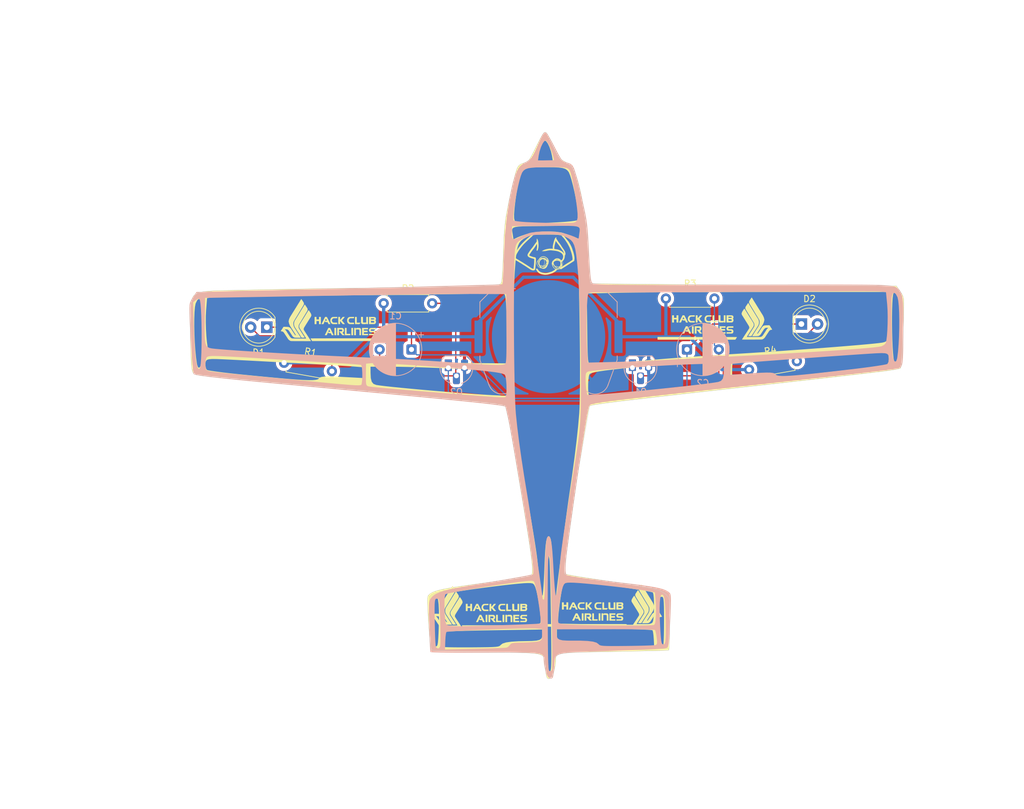
<source format=kicad_pcb>
(kicad_pcb (version 20241229) (generator "pcbnew") (generator_version "9.0")
  (layers (0 "F.Cu" signal) (2 "B.Cu" signal) (13 "F.Paste" user) (15 "B.Paste" user) (5 "F.SilkS" user "F.Silkscreen") (7 "B.SilkS" user "B.Silkscreen") (1 "F.Mask" user) (3 "B.Mask" user) (25 "Edge.Cuts" user))
  (net 0 "")
  (net 1 "GND")
  (net 2 "+5V")
  (net 3 "Net-(D1-K)")
  (net 4 "Net-(Q2-B)")
  (net 5 "Net-(D2-K)")
  (net 6 "Net-(Q1-B)")
  (net 7 "Net-(D1-A)")
  (net 8 "Net-(D2-A)")
  (footprint "Resistor_THT:R_Axial_DIN0207_L6.3mm_D2.5mm_P7.62mm_Horizontal" (layer "F.Cu") (at 110.684882 91.905399 -10)
    (property "Reference" "R1" (at 3.81 -2.37 170) (layer "F.SilkS"))
    (property "Value" "1k")
    (pad "1" thru_hole circle (at 0 0 350) (size 1.6 1.6) (drill 0.8) (layers "*.Cu" "*.Mask") (net 2 "+5V"))
    (pad "2" thru_hole circle (at 7.62 0 350) (size 1.6 1.6) (drill 0.8) (layers "*.Cu" "*.Mask") (net 7 "Net-(D1-A)"))
  )
  (footprint "new:airlines" (layer "F.Cu") (at 178.311 84.946)
    (property "Reference" "G***" (hide yes))
    (property "Value" "LOGO" (hide yes))
  )
  (footprint "new:plen" (layer "F.Cu") (at 151.937 98.567)
    (property "Reference" "G***" (hide yes))
    (property "Value" "LOGO" (hide yes))
  )
  (footprint "Resistor_THT:R_Axial_DIN0207_L6.3mm_D2.5mm_P7.62mm_Horizontal" (layer "F.Cu") (at 126.317 82.567)
    (property "Reference" "R2" (at 3.81 -2.37 0) (layer "F.SilkS"))
    (property "Value" "47k")
    (pad "1" thru_hole circle (at 0 0) (size 1.6 1.6) (drill 0.8) (layers "*.Cu" "*.Mask") (net 2 "+5V"))
    (pad "2" thru_hole circle (at 7.62 0) (size 1.6 1.6) (drill 0.8) (layers "*.Cu" "*.Mask") (net 4 "Net-(Q2-B)"))
  )
  (footprint "Resistor_THT:R_Axial_DIN0207_L6.3mm_D2.5mm_P7.62mm_Horizontal" (layer "F.Cu") (at 183.684881 92.978599 10)
    (property "Reference" "R4" (at 3.81 -2.37 10) (layer "F.SilkS"))
    (property "Value" "1k")
    (pad "1" thru_hole circle (at 0 0 10) (size 1.6 1.6) (drill 0.8) (layers "*.Cu" "*.Mask") (net 2 "+5V"))
    (pad "2" thru_hole circle (at 7.62 0 10) (size 1.6 1.6) (drill 0.8) (layers "*.Cu" "*.Mask") (net 8 "Net-(D2-A)"))
  )
  (footprint "new:airlines" (layer "F.Cu") (at 161.017457 130.039246)
    (property "Reference" "G***" (hide yes))
    (property "Value" "LOGO" (hide yes))
  )
  (footprint "LED_THT:LED_D5.0mm" (layer "F.Cu") (at 191.897 85.817)
    (property "Reference" "D2" (at 1.27 -3.96 0) (layer "F.SilkS"))
    (property "Value" "LED")
    (pad "1" thru_hole rect (at 0 0) (size 1.8 1.8) (drill 0.9) (layers "*.Cu" "*.Mask") (net 5 "Net-(D2-K)"))
    (pad "2" thru_hole circle (at 2.54 0) (size 1.8 1.8) (drill 0.9) (layers "*.Cu" "*.Mask") (net 8 "Net-(D2-A)"))
  )
  (footprint "Resistor_THT:R_Axial_DIN0207_L6.3mm_D2.5mm_P7.62mm_Horizontal" (layer "F.Cu") (at 170.627 81.817)
    (property "Reference" "R3" (at 3.81 -2.37 0) (layer "F.SilkS"))
    (property "Value" "47k")
    (pad "1" thru_hole circle (at 0 0) (size 1.6 1.6) (drill 0.8) (layers "*.Cu" "*.Mask") (net 2 "+5V"))
    (pad "2" thru_hole circle (at 7.62 0) (size 1.6 1.6) (drill 0.8) (layers "*.Cu" "*.Mask") (net 6 "Net-(Q1-B)"))
  )
  (footprint "new:pilote" (layer "F.Cu") (at 151.611 74.875 174)
    (property "Reference" "G***" (hide yes))
    (property "Value" "LOGO" (hide yes))
  )
  (footprint "LED_THT:LED_D5.0mm" (layer "F.Cu") (at 107.977 86.317 180)
    (property "Reference" "D1" (at 1.269998 -3.96 0) (layer "F.SilkS"))
    (property "Value" "LED")
    (pad "1" thru_hole rect (at 0 0 180) (size 1.8 1.8) (drill 0.9) (layers "*.Cu" "*.Mask") (net 3 "Net-(D1-K)"))
    (pad "2" thru_hole circle (at 2.54 0 180) (size 1.8 1.8) (drill 0.9) (layers "*.Cu" "*.Mask") (net 7 "Net-(D1-A)"))
  )
  (footprint "new:airlines" (layer "F.Cu") (at 147.699 130.241)
    (property "Reference" "G***" (hide yes))
    (property "Value" "LOGO" (hide yes))
  )
  (footprint "new:airlines" (layer "F.Cu") (at 123.961066 85.168308)
    (property "Reference" "G***" (hide yes))
    (property "Value" "LOGO" (hide yes))
  )
  (footprint "Package_TO_SOT_THT:TO-92L_HandSolder" (layer "B.Cu") (at 136.471 92.692)
    (property "Reference" "Q2" (at 1.270002 3.800005 0) (layer "B.SilkS") (effects (justify mirror)))
    (property "Value" "PNP")
    (pad "1" thru_hole rect (at 0 0) (size 1.1 1.8) (drill 0.75 (offset 0 -0.4)) (layers "*.Cu" "*.Mask") (net 5 "Net-(D2-K)"))
    (pad "2" thru_hole roundrect (at 1.269999 1.269992) (size 1.1 1.8) (drill 0.75 (offset 0 0.4)) (layers "*.Cu" "*.Mask") (net 4 "Net-(Q2-B)"))
    (pad "3" thru_hole roundrect (at 2.54 -0.000007) (size 1.1 1.8) (drill 0.75 (offset 0 -0.4)) (layers "*.Cu" "*.Mask") (net 1 "GND"))
  )
  (footprint "Capacitor_THT:CP_Radial_D8.0mm_P5.00mm" (layer "B.Cu") (at 130.687 89.817 180)
    (property "Reference" "C1" (at 2.5 5.25 0) (layer "B.SilkS") (effects (justify mirror)))
    (property "Value" "10uF")
    (pad "1" thru_hole roundrect (at 0 0 180) (size 1.6 1.6) (drill 0.8) (layers "*.Cu" "*.Mask") (roundrect_rratio 0.15625) (net 3 "Net-(D1-K)"))
    (pad "2" thru_hole circle (at 5 0 180) (size 1.6 1.6) (drill 0.8) (layers "*.Cu" "*.Mask") (net 4 "Net-(Q2-B)"))
  )
  (footprint "Package_TO_SOT_THT:TO-92L_HandSolder" (layer "B.Cu") (at 165.373001 92.679008)
    (property "Reference" "Q1" (at 1.270002 3.800005 0) (layer "B.SilkS") (effects (justify mirror)))
    (property "Value" "PNP")
    (pad "1" thru_hole rect (at 0 0) (size 1.1 1.8) (drill 0.75 (offset 0 -0.4)) (layers "*.Cu" "*.Mask") (net 3 "Net-(D1-K)"))
    (pad "2" thru_hole roundrect (at 1.269999 1.269992) (size 1.1 1.8) (drill 0.75 (offset 0 0.4)) (layers "*.Cu" "*.Mask") (net 6 "Net-(Q1-B)"))
    (pad "3" thru_hole roundrect (at 2.54 -0.000007) (size 1.1 1.8) (drill 0.75 (offset 0 -0.4)) (layers "*.Cu" "*.Mask") (net 1 "GND"))
  )
  (footprint "Capacitor_THT:CP_Radial_D8.0mm_P5.00mm" (layer "B.Cu") (at 173.937 89.817)
    (property "Reference" "C2" (at 2.500001 5.25 0) (layer "B.SilkS") (effects (justify mirror)))
    (property "Value" "10uF")
    (pad "1" thru_hole roundrect (at 0 0) (size 1.6 1.6) (drill 0.8) (layers "*.Cu" "*.Mask") (roundrect_rratio 0.15625) (net 5 "Net-(D2-K)"))
    (pad "2" thru_hole circle (at 5 0) (size 1.6 1.6) (drill 0.8) (layers "*.Cu" "*.Mask") (net 6 "Net-(Q1-B)"))
  )
  (footprint "Battery:BatteryHolder_Keystone_3034_1x20mm" (layer "B.Cu") (at 152.202 87.817 180)
    (property "Reference" "BT1" (hide yes))
    (property "Value" "Battery_Cell")
    (pad "1" smd rect (at -10.985 0 180) (size 1.27 5.08) (layers "B.Cu" "B.Mask" "B.Paste") (net 2 "+5V"))
    (pad "1" smd rect (at 10.985 0 180) (size 1.27 5.08) (layers "B.Cu" "B.Mask" "B.Paste") (net 2 "+5V"))
    (pad "2" smd circle (at 0 0 180) (size 17.8 17.8) (layers "B.Cu" "B.Mask") (net 1 "GND"))
  )
  (footprint "new:plen" (layer "B.Cu") (at 152.138 98.556 -179)
    (property "Reference" "G***" (hide yes))
    (property "Value" "LOGO" (hide yes))
  )
  (gr_poly (pts (xy 151.654 55.679) (xy 151.846 55.758) (xy 152.063 56.041) (xy 152.343 56.561) (xy 153.134 58.345) (xy 153.275 58.664) (xy 153.283 58.682) (xy 153.301 58.725) (xy 153.356 58.825) (xy 153.446 58.992) (xy 153.547 59.183) (xy 153.623 59.324) (xy 153.946 59.743) (xy 154.323 60.053) (xy 154.511 60.16) (xy 154.686 60.259) (xy 154.932 60.41) (xy 155.024 60.47) (xy 155.323 60.657) (xy 155.799 61.128) (xy 155.934 61.336) (xy 156.094 61.581) (xy 156.204 61.75) (xy 156.564 62.567) (xy 156.896 63.627) (xy 157.092 64.435) (xy 157.157 64.706) (xy 157.238 65.052) (xy 157.279 65.254) (xy 157.343 65.566) (xy 157.429 65.985) (xy 157.516 66.48) (xy 157.629 67.166) (xy 157.758 67.94) (xy 157.878 68.662) (xy 157.927 69.04) (xy 158.005 69.696) (xy 158.05 70.089) (xy 158.094 70.453) (xy 158.152 70.944) (xy 158.194 71.303) (xy 158.233 71.642) (xy 158.276 72.142) (xy 158.298 72.431) (xy 158.33 72.843) (xy 158.362 73.26) (xy 158.386 73.566) (xy 158.414 73.925) (xy 158.444 74.302) (xy 158.472 74.657) (xy 158.492 74.918) (xy 158.509 75.224) (xy 158.528 75.585) (xy 158.543 75.865) (xy 158.559 76.153) (xy 158.579 76.556) (xy 158.602 76.964) (xy 158.753 79.294) (xy 158.782 79.455) (xy 173.73 79.61) (xy 206.818 79.824) (xy 207.67 81.069) (xy 207.848 81.437) (xy 207.945 81.824) (xy 207.989 82.492) (xy 207.974 84.524) (xy 207.943 85.49) (xy 207.842 87.885) (xy 207.747 89.721) (xy 207.658 91.169) (xy 207.59 92.133) (xy 207.548 92.424) (xy 207.495 92.732) (xy 207.36 92.805) (xy 207.046 92.886) (xy 206.558 92.983) (xy 205.065 93.21) (xy 186.78 95.309) (xy 173.48 96.801) (xy 163.587 97.943) (xy 161.01 98.275) (xy 159.255 98.533) (xy 158.658 98.687) (xy 156.66 110.096) (xy 154.783 123.702) (xy 154.744 124.259) (xy 154.741 125.084) (xy 156.656 125.444) (xy 158.063 125.667) (xy 160.272 125.997) (xy 162.694 126.362) (xy 165.347 126.766) (xy 167.968 127.253) (xy 168.705 127.427) (xy 169.385 127.625) (xy 169.931 127.836) (xy 170.336 128.069) (xy 170.648 128.313) (xy 170.772 128.454) (xy 170.936 128.638) (xy 171.033 128.789) (xy 171.157 129.132) (xy 171.182 129.293) (xy 171.239 130.025) (xy 171.237 134.739) (xy 171.168 136.278) (xy 171.114 136.924) (xy 171.105 137.046) (xy 170.587 137.103) (xy 158.446 137.37) (xy 157.757 137.388) (xy 156.384 137.426) (xy 155.711 137.453) (xy 155.107 137.505) (xy 154.488 137.584) (xy 154.122 137.652) (xy 153.787 137.757) (xy 153.585 137.873) (xy 153.444 137.979) (xy 153.365 138.163) (xy 153.34 138.423) (xy 153.295 139.207) (xy 153.163 139.958) (xy 152.983 140.659) (xy 152.782 141.124) (xy 152.693 141.257) (xy 152.408 141.524) (xy 152.182 141.546) (xy 151.996 141.445) (xy 151.893 141.23) (xy 151.785 140.727) (xy 151.696 140.053) (xy 151.671 139.774) (xy 151.618 138.881) (xy 151.57 138.485) (xy 151.465 138.192) (xy 151.293 137.964) (xy 151.006 137.791) (xy 150.575 137.66) (xy 149.976 137.567) (xy 149.15 137.509) (xy 148.815 137.491) (xy 148.319 137.46) (xy 147.605 137.439) (xy 146.809 137.419) (xy 146.086 137.406) (xy 145.057 137.388) (xy 144.265 137.375) (xy 143.428 137.361) (xy 138.283 137.257) (xy 134.353 137.114) (xy 133.944 137.016) (xy 133.773 136.825) (xy 133.676 136.447) (xy 133.622 135.985) (xy 133.569 135.497) (xy 133.515 134.881) (xy 133.457 134.174) (xy 133.398 133.322) (xy 133.352 132.643) (xy 133.302 131.861) (xy 133.268 131.28) (xy 133.228 130.461) (xy 133.201 129.748) (xy 133.196 129.554) (xy 133.202 129.1) (xy 133.207 128.852) (xy 133.284 128.509) (xy 133.471 128.277) (xy 133.753 128.088) (xy 134.073 127.918) (xy 134.464 127.769) (xy 134.982 127.616) (xy 135.637 127.466) (xy 136.27 127.346) (xy 137.298 127.169) (xy 138.302 127.016) (xy 139.667 126.817) (xy 141.121 126.616) (xy 142.651 126.404) (xy 144.118 126.202) (xy 145.425 126.016) (xy 146.711 125.829) (xy 147.986 125.626) (xy 148.127 125.603) (xy 148.785 125.479) (xy 148.934 125.449) (xy 149.153 125.396) (xy 149.354 125.344) (xy 149.47 125.284) (xy 149.563 125.157) (xy 149.622 124.941) (xy 149.652 124.623) (xy 149.647 124.157) (xy 149.606 123.564) (xy 149.54 122.937) (xy 149.461 122.288) (xy 149.376 121.638) (xy 149.26 120.829) (xy 149.188 120.325) (xy 149.118 119.866) (xy 149.025 119.247) (xy 148.869 118.242) (xy 148.766 117.603) (xy 148.667 116.987) (xy 148.585 116.482) (xy 148.5 115.957) (xy 148.386 115.251) (xy 146.121 101.694) (xy 145.402 98.67) (xy 143.834 98.338) (xy 141.64 98.079) (xy 134.098 97.305) (xy 121.282 96.088) (xy 107.599 94.871) (xy 98.914 94.041) (xy 97.015 93.801) (xy 96.702 93.72) (xy 96.526 93.631) (xy 96.379 93.467) (xy 96.27 93.193) (xy 96.181 92.77) (xy 96.066 91.284) (xy 96.016 89.73) (xy 95.983 88.555) (xy 95.944 86.737) (xy 95.92 84.249) (xy 95.935 83.479) (xy 96.024 82.552) (xy 96.164 81.974) (xy 96.439 81.404) (xy 96.765 81.13) (xy 97.261 80.885) (xy 98.158 80.7) (xy 99.581 80.581) (xy 105.339 80.455) (xy 115.655 80.255) (xy 125.266 80.129) (xy 135.878 79.966) (xy 141.407 79.825) (xy 143.926 79.684) (xy 144.49 79.581) (xy 144.697 79.499) (xy 144.86 79.069) (xy 144.971 77.602) (xy 145.068 75.527) (xy 145.208 71.77) (xy 145.468 69.198) (xy 145.957 66.568) (xy 146.439 64.5) (xy 147.01 62.115) (xy 147.229 61.435) (xy 147.458 60.992) (xy 147.779 60.717) (xy 148.346 60.495) (xy 148.739 60.383) (xy 148.956 60.249) (xy 149.122 60.033) (xy 149.223 59.906) (xy 149.544 59.365) (xy 149.792 58.884) (xy 150.399 57.663) (xy 150.888 56.703) (xy 151.172 56.198) (xy 151.238 56.086) (xy 151.434 55.802) (xy 151.462 55.769)) (stroke (width 0.05)) (fill no) (layer "Edge.Cuts"))
  (segment (start 174.254 87.817) (end 179.415599 92.978599) (width 0.5) (layer "B.Cu") (net 2))
  (segment (start 163.187 87.817) (end 170.627 87.817) (width 0.5) (layer "B.Cu") (net 2))
  (segment (start 110.684882 91.905399) (end 120.821601 91.905399) (width 0.5) (layer "B.Cu") (net 2))
  (segment (start 179.415599 92.978599) (end 183.684881 92.978599) (width 0.5) (layer "B.Cu") (net 2))
  (segment (start 148.266 78.466) (end 156.075312 78.466) (width 0.5) (layer "B.Cu") (net 2))
  (segment (start 126.317 87.817) (end 141.217 87.817) (width 0.5) (layer "B.Cu") (net 2))
  (segment (start 126.317 82.567) (end 126.317 87.817) (width 0.5) (layer "B.Cu") (net 2))
  (segment (start 120.821601 91.905399) (end 126.317 86.41) (width 0.5) (layer "B.Cu") (net 2))
  (segment (start 141.217 85.515) (end 148.266 78.466) (width 0.5) (layer "B.Cu") (net 2))
  (segment (start 163.187 85.577688) (end 163.187 87.817) (width 0.5) (layer "B.Cu") (net 2))
  (segment (start 156.075312 78.466) (end 163.187 85.577688) (width 0.5) (layer "B.Cu") (net 2))
  (segment (start 170.627 87.817) (end 174.254 87.817) (width 0.5) (layer "B.Cu") (net 2))
  (segment (start 141.217 87.817) (end 141.217 85.515) (width 0.5) (layer "B.Cu") (net 2))
  (segment (start 170.627 87.817) (end 170.627 81.817) (width 0.5) (layer "B.Cu") (net 2))
  (segment (start 126.317 86.41) (end 126.317 82.567) (width 0.5) (layer "B.Cu") (net 2))
  (segment (start 130.687 86.317) (end 130.687 89.817) (width 0.2) (layer "F.Cu") (net 3))
  (segment (start 107.977 86.317) (end 130.687 86.317) (width 0.2) (layer "F.Cu") (net 3))
  (segment (start 130.687 89.817) (end 131.528 90.658) (width 0.2) (layer "B.Cu") (net 3))
  (segment (start 163.105432 96.973512) (end 163.24771 96.973512) (width 0.2) (layer "B.Cu") (net 3))
  (segment (start 160.979209 97.266757) (end 161.002782 97.243184) (width 0.2) (layer "B.Cu") (net 3))
  (segment (start 165.373001 96.728179) (end 165.373001 92.679008) (width 0.2) (layer "B.Cu") (net 3))
  (segment (start 163.731382 96.914117) (end 163.870608 96.89618) (width 0.2) (layer "B.Cu") (net 3))
  (segment (start 159.171702 97.496) (end 159.179833 97.487869) (width 0.2) (layer "B.Cu") (net 3))
  (segment (start 146.026 97.496) (end 159.171702 97.496) (width 0.2) (layer "B.Cu") (net 3))
  (segment (start 163.086864 96.99208) (end 163.105432 96.973512) (width 0.2) (layer "B.Cu") (net 3))
  (segment (start 161.274893 97.22329) (end 161.283262 97.229514) (width 0.2) (layer "B.Cu") (net 3))
  (segment (start 159.295048 97.487869) (end 159.406607 97.459092) (width 0.2) (layer "B.Cu") (net 3))
  (segment (start 163.876726 96.900901) (end 165.373001 96.728179) (width 0.2) (layer "B.Cu") (net 3))
  (segment (start 159.406607 97.459092) (end 159.455391 97.487869) (width 0.2) (layer "B.Cu") (net 3))
  (segment (start 159.455391 97.487869) (end 159.475131 97.487869) (width 0.2) (layer "B.Cu") (net 3))
  (segment (start 131.528 90.658) (end 139.188 90.658) (width 0.2) (layer "B.Cu") (net 3))
  (segment (start 160.66058 97.309735) (end 160.873139 97.28235) (width 0.2) (layer "B.Cu") (net 3))
  (segment (start 160.873139 97.28235) (end 160.979209 97.266757) (width 0.2) (layer "B.Cu") (net 3))
  (segment (start 163.054992 97.001258) (end 163.059792 96.995205) (width 0.2) (layer "B.Cu") (net 3))
  (segment (start 160.463956 97.342505) (end 160.470329 97.334246) (width 0.2) (layer "B.Cu") (net 3))
  (segment (start 139.188 90.658) (end 146.026 97.496) (width 0.2) (layer "B.Cu") (net 3))
  (segment (start 163.24771 96.973512) (end 163.465546 96.948365) (width 0.2) (layer "B.Cu") (net 3))
  (segment (start 160.470329 97.334246) (end 160.500745 97.330327) (width 0.2) (layer "B.Cu") (net 3))
  (segment (start 163.870608 96.89618) (end 163.876726 96.900901) (width 0.2) (layer "B.Cu") (net 3))
  (segment (start 163.059792 96.995205) (end 163.086864 96.99208) (width 0.2) (layer "B.Cu") (net 3))
  (segment (start 163.591008 96.914117) (end 163.731382 96.914117) (width 0.2) (layer "B.Cu") (net 3))
  (segment (start 161.139565 97.243184) (end 161.274893 97.22329) (width 0.2) (layer "B.Cu") (net 3))
  (segment (start 161.002782 97.243184) (end 161.139565 97.243184) (width 0.2) (layer "B.Cu") (net 3))
  (segment (start 159.475131 97.487869) (end 160.463956 97.342505) (width 0.2) (layer "B.Cu") (net 3))
  (segment (start 163.570249 96.934876) (end 163.591008 96.914117) (width 0.2) (layer "B.Cu") (net 3))
  (segment (start 161.283262 97.229514) (end 163.054992 97.001258) (width 0.2) (layer "B.Cu") (net 3))
  (segment (start 163.465546 96.948365) (end 163.570249 96.934876) (width 0.2) (layer "B.Cu") (net 3))
  (segment (start 159.179833 97.487869) (end 159.295048 97.487869) (width 0.2) (layer "B.Cu") (net 3))
  (segment (start 160.500745 97.330327) (end 160.521337 97.309735) (width 0.2) (layer "B.Cu") (net 3))
  (segment (start 160.521337 97.309735) (end 160.66058 97.309735) (width 0.2) (layer "B.Cu") (net 3))
  (segment (start 125.687 93.961992) (end 137.740999 93.961992) (width 0.2) (layer "F.Cu") (net 4))
  (segment (start 125.687 89.817) (end 125.687 93.961992) (width 0.2) (layer "F.Cu") (net 4))
  (segment (start 137.639 93.859993) (end 137.639 82.567) (width 0.2) (layer "F.Cu") (net 4))
  (segment (start 137.639 82.567) (end 133.937 82.567) (width 0.2) (layer "F.Cu") (net 4))
  (segment (start 137.740999 93.961992) (end 137.639 93.859993) (width 0.2) (layer "F.Cu") (net 4))
  (segment (start 177.937 85.817) (end 191.897 85.817) (width 0.2) (layer "F.Cu") (net 5))
  (segment (start 173.937 89.817) (end 177.937 85.817) (width 0.2) (layer "F.Cu") (net 5))
  (segment (start 161.168882 97.644184) (end 161.173902 97.647917) (width 0.2) (layer "B.Cu") (net 5))
  (segment (start 160.682483 97.715689) (end 160.686306 97.710735) (width 0.2) (layer "B.Cu") (net 5))
  (segment (start 163.270781 97.374512) (end 163.514118 97.346422) (width 0.2) (layer "B.Cu") (net 5))
  (segment (start 141.459034 97.456271) (end 141.463233 97.452959) (width 0.2) (layer "B.Cu") (net 5))
  (segment (start 159.44914 97.897) (end 160.682483 97.715689) (width 0.2) (layer "B.Cu") (net 5))
  (segment (start 161.173902 97.647917) (end 163.267902 97.378142) (width 0.2) (layer "B.Cu") (net 5))
  (segment (start 159.314412 97.897) (end 159.345933 97.888869) (width 0.2) (layer "B.Cu") (net 5))
  (segment (start 136.471 92.692) (end 136.471 96.944373) (width 0.2) (layer "B.Cu") (net 5))
  (segment (start 136.471 96.944373) (end 141.459034 97.456271) (width 0.2) (layer "B.Cu") (net 5))
  (segment (start 159.359717 97.897) (end 159.44914 97.897) (width 0.2) (layer "B.Cu") (net 5))
  (segment (start 160.686306 97.710735) (end 160.927921 97.679607) (width 0.2) (layer "B.Cu") (net 5))
  (segment (start 173.164903 96.232383) (end 173.16561 96.231498) (width 0.2) (layer "B.Cu") (net 5))
  (segment (start 159.345933 97.888869) (end 159.359717 97.897) (width 0.2) (layer "B.Cu") (net 5))
  (segment (start 163.267902 97.378142) (end 163.270781 97.374512) (width 0.2) (layer "B.Cu") (net 5))
  (segment (start 141.705927 97.481609) (end 141.948997 97.506554) (width 0.2) (layer "B.Cu") (net 5))
  (segment (start 144.652593 97.897) (end 159.314412 97.897) (width 0.2) (layer "B.Cu") (net 5))
  (segment (start 173.658381 96.175418) (end 173.659265 96.176119) (width 0.2) (layer "B.Cu") (net 5))
  (segment (start 144.151683 97.770329) (end 144.171202 97.795073) (width 0.2) (layer "B.Cu") (net 5))
  (segment (start 173.41237 96.203816) (end 173.658381 96.175418) (width 0.2) (layer "B.Cu") (net 5))
  (segment (start 143.71495 97.698469) (end 143.931676 97.744357) (width 0.2) (layer "B.Cu") (net 5))
  (segment (start 163.760778 97.317949) (end 173.164903 96.232383) (width 0.2) (layer "B.Cu") (net 5))
  (segment (start 144.171202 97.795073) (end 144.652593 97.897) (width 0.2) (layer "B.Cu") (net 5))
  (segment (start 173.659265 96.176119) (end 173.937 96.144963) (width 0.2) (layer "B.Cu") (net 5))
  (segment (start 141.952373 97.510702) (end 143.688532 97.715654) (width 0.2) (layer "B.Cu") (net 5))
  (segment (start 160.927921 97.679607) (end 161.168882 97.644184) (width 0.2) (layer "B.Cu") (net 5))
  (segment (start 141.948997 97.506554) (end 141.952373 97.510702) (width 0.2) (layer "B.Cu") (net 5))
  (segment (start 163.514118 97.346422) (end 163.757108 97.315117) (width 0.2) (layer "B.Cu") (net 5))
  (segment (start 143.931676 97.744357) (end 144.151683 97.770329) (width 0.2) (layer "B.Cu") (net 5))
  (segment (start 173.16561 96.231498) (end 173.41237 96.203816) (width 0.2) (layer "B.Cu") (net 5))
  (segment (start 141.463233 97.452959) (end 141.705927 97.481609) (width 0.2) (layer "B.Cu") (net 5))
  (segment (start 173.937 96.144963) (end 173.937 89.817) (width 0.2) (layer "B.Cu") (net 5))
  (segment (start 143.688532 97.715654) (end 143.71495 97.698469) (width 0.2) (layer "B.Cu") (net 5))
  (segment (start 163.757108 97.315117) (end 163.760778 97.317949) (width 0.2) (layer "B.Cu") (net 5))
  (segment (start 178.937 93.949) (end 178.937 89.817) (width 0.2) (layer "F.Cu") (net 6))
  (segment (start 166.643 93.949) (end 178.937 93.949) (width 0.2) (layer "F.Cu") (net 6))
  (segment (start 178.247 81.817) (end 178.247 89.127) (width 0.2) (layer "B.Cu") (net 6))
  (segment (start 178.247 89.127) (end 178.937 89.817) (width 0.2) (layer "B.Cu") (net 6))
  (segment (start 118.189117 87.668) (end 118.189117 93.228598) (width 0.2) (layer "F.Cu") (net 7))
  (segment (start 106.788 87.668) (end 118.189117 87.668) (width 0.2) (layer "F.Cu") (net 7))
  (segment (start 105.437 86.317) (end 106.788 87.668) (width 0.2) (layer "F.Cu") (net 7))
  (segment (start 191.189116 91.6554) (end 191.189116 89.064884) (width 0.2) (layer "F.Cu") (net 8))
  (segment (start 191.189116 89.064884) (end 194.437 85.817) (width 0.2) (layer "F.Cu") (net 8))
  (zone (net 1) (net_name "GND") (layers "F.Cu" "B.Cu") (connect_pads (clearance 0.5)) (min_thickness 0.25) (fill yes (thermal_gap 0.5) (thermal_bridge_width 0.5) (island_removal_mode 1) (island_area_min 10))
    (polygon (pts (xy 69.949 35.845) (xy 226.862 34.918) (xy 202.305 162.024) (xy 66.088 139.012) (xy 69.95 35.845)))
  )
)
</source>
